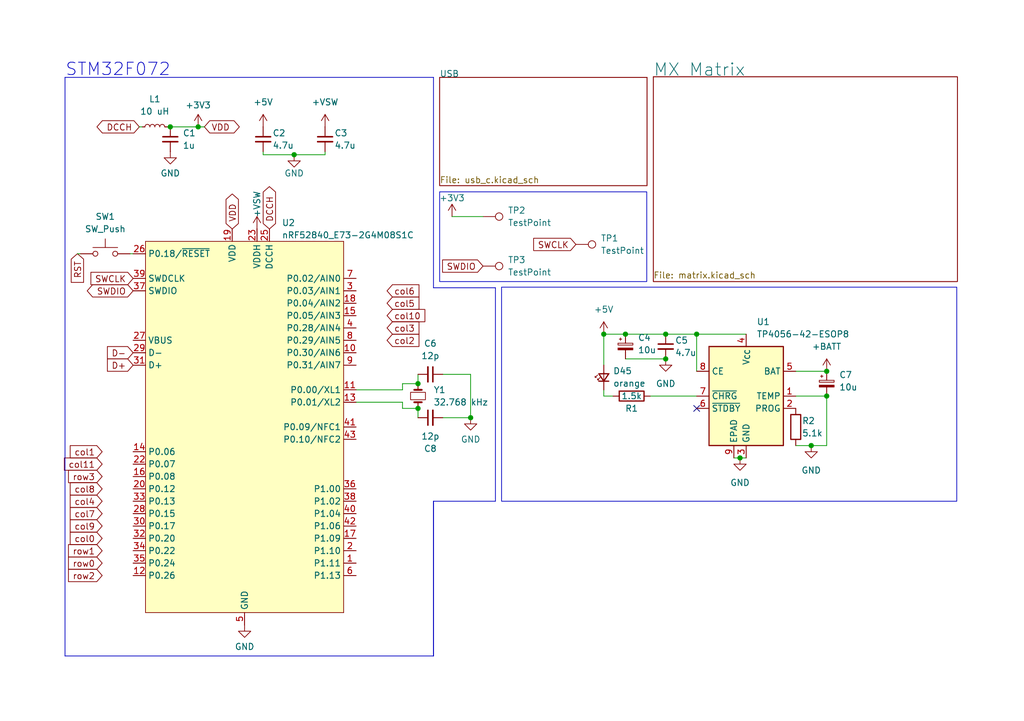
<source format=kicad_sch>
(kicad_sch (version 20250114) (generator "eeschema") (generator_version "9.0")
  (paper "A5")
  (lib_symbols
    (symbol "+3V3_1" (power) (pin_numbers (hide yes)) (pin_names (offset 0) (hide yes))
      (property "Value" "+3V3" (at 0 3.556 0))
      (symbol "+3V3_1_0_1"
        (polyline (pts (xy -0.762 1.27) (xy 0 2.54)))
        (polyline (pts (xy 0 2.54) (xy 0.762 1.27)))
        (polyline (pts (xy 0 0) (xy 0 2.54)))
      )
      (symbol "+3V3_1_1_1"
        (pin power_in line (at 0 0 90) (length 0) (name "~") (number "1"))
      )
    )
    (symbol "+5V_1" (power) (pin_numbers (hide yes)) (pin_names (offset 0) (hide yes))
      (property "Value" "+5V" (at 0 3.556 0))
      (symbol "+5V_1_0_1"
        (polyline (pts (xy -0.762 1.27) (xy 0 2.54)))
        (polyline (pts (xy 0 2.54) (xy 0.762 1.27)))
        (polyline (pts (xy 0 0) (xy 0 2.54)))
      )
      (symbol "+5V_1_1_1"
        (pin power_in line (at 0 0 90) (length 0) (name "~") (number "1"))
      )
    )
    (symbol "Battery_Management:TP4056-42-ESOP8"
      (property "Reference" "U" (at -6.604 11.684 0))
      (property "Value" "TP4056-42-ESOP8" (at 10.16 11.684 0))
      (symbol "TP4056-42-ESOP8_1_0"
        (pin input line (at -10.16 5.08 0) (length 2.54) (name "CE") (number "8"))
        (pin open_collector line (at -10.16 0 0) (length 2.54) (name "~{CHRG}") (number "7"))
        (pin open_collector line (at -10.16 -2.54 0) (length 2.54) (name "~{STDBY}") (number "6"))
        (pin passive line (at -2.54 -12.7 90) (length 2.54) (name "EPAD") (number "9"))
        (pin power_in line (at 0 12.7 270) (length 2.54) (name "V_{CC}") (number "4"))
        (pin power_in line (at 0 -12.7 90) (length 2.54) (name "GND") (number "3"))
        (pin power_out line (at 10.16 5.08 180) (length 2.54) (name "BAT") (number "5"))
        (pin input line (at 10.16 0 180) (length 2.54) (name "TEMP") (number "1"))
        (pin passive line (at 10.16 -2.54 180) (length 2.54) (name "PROG") (number "2"))
      )
      (symbol "TP4056-42-ESOP8_1_1"
        (rectangle (start -7.62 10.16) (end 7.62 -10.16) (stroke (width 0.254)) (fill (type background)))
      )
    )
    (symbol "Connector:TestPoint" (pin_numbers (hide yes)) (pin_names (offset 0.762) (hide yes))
      (property "Reference" "TP" (at 0 6.858 0))
      (property "Value" "TestPoint" (at 0 5.08 0))
      (symbol "TestPoint_0_1"
        (circle (center 0 3.302) (radius 0.762))
      )
      (symbol "TestPoint_1_1"
        (pin passive line (at 0 0 90) (length 2.54) (name "1") (number "1"))
      )
    )
    (symbol "Device:C_Polarized_Small" (pin_numbers (hide yes)) (pin_names (offset 0.254) (hide yes))
      (property "Reference" "C" (at 0.254 1.778 0))
      (property "Value" "C_Polarized_Small" (at 0.254 -2.032 0))
      (symbol "C_Polarized_Small_0_1"
        (rectangle (start -1.524 0.6858) (end 1.524 0.3048))
        (rectangle (start -1.524 -0.3048) (end 1.524 -0.6858) (fill (type outline)))
        (polyline (pts (xy -1.27 1.524) (xy -0.762 1.524)))
        (polyline (pts (xy -1.016 1.27) (xy -1.016 1.778)))
      )
      (symbol "C_Polarized_Small_1_1"
        (pin passive line (at 0 2.54 270) (length 1.8542) (name "~") (number "1"))
        (pin passive line (at 0 -2.54 90) (length 1.8542) (name "~") (number "2"))
      )
    )
    (symbol "Device:C_Small" (pin_numbers (hide yes)) (pin_names (offset 0.254) (hide yes))
      (property "Reference" "C" (at 0.254 1.778 0))
      (property "Value" "C_Small" (at 0.254 -2.032 0))
      (symbol "C_Small_0_1"
        (polyline (pts (xy -1.524 0.508) (xy 1.524 0.508)) (stroke (width 0.3048)))
        (polyline (pts (xy -1.524 -0.508) (xy 1.524 -0.508)) (stroke (width 0.3302)))
      )
      (symbol "C_Small_1_1"
        (pin passive line (at 0 2.54 270) (length 2.032) (name "~") (number "1"))
        (pin passive line (at 0 -2.54 90) (length 2.032) (name "~") (number "2"))
      )
    )
    (symbol "Device:Crystal_Small" (pin_numbers (hide yes)) (pin_names (offset 1.016) (hide yes))
      (property "Reference" "Y" (at 0 2.54 0))
      (property "Value" "Crystal_Small" (at 0 -2.54 0))
      (symbol "Crystal_Small_0_1"
        (polyline (pts (xy -1.27 -0.762) (xy -1.27 0.762)) (stroke (width 0.381)))
        (rectangle (start -0.762 -1.524) (end 0.762 1.524))
        (polyline (pts (xy 1.27 -0.762) (xy 1.27 0.762)) (stroke (width 0.381)))
      )
      (symbol "Crystal_Small_1_1"
        (pin passive line (at -2.54 0 0) (length 1.27) (name "1") (number "1"))
        (pin passive line (at 2.54 0 180) (length 1.27) (name "2") (number "2"))
      )
    )
    (symbol "Device:LED_Small" (pin_numbers (hide yes)) (pin_names (offset 0.254) (hide yes))
      (property "Reference" "D" (at -1.27 3.175 0))
      (property "Value" "LED_Small" (at -4.445 -2.54 0))
      (symbol "LED_Small_0_1"
        (polyline (pts (xy -0.762 -1.016) (xy -0.762 1.016)) (stroke (width 0.254)))
        (polyline (pts (xy 0 0.762) (xy -0.508 1.27) (xy -0.254 1.27) (xy -0.508 1.27) (xy -0.508 1.016)))
        (polyline (pts (xy 0.508 1.27) (xy 0 1.778) (xy 0.254 1.778) (xy 0 1.778) (xy 0 1.524)))
        (polyline (pts (xy 0.762 -1.016) (xy -0.762 0) (xy 0.762 1.016) (xy 0.762 -1.016)) (stroke (width 0.254)))
        (polyline (pts (xy 1.016 0) (xy -0.762 0)))
      )
      (symbol "LED_Small_1_1"
        (pin passive line (at -2.54 0 0) (length 1.778) (name "K") (number "1"))
        (pin passive line (at 2.54 0 180) (length 1.778) (name "A") (number "2"))
      )
    )
    (symbol "Device:L_Small" (pin_numbers (hide yes)) (pin_names (offset 0.254) (hide yes))
      (property "Reference" "L" (at 0.762 1.016 0))
      (property "Value" "L_Small" (at 0.762 -1.016 0))
      (symbol "L_Small_0_1"
        (arc (start 0 2.032) (mid 0.5058 1.524) (end 0 1.016))
        (arc (start 0 1.016) (mid 0.5058 0.508) (end 0 0))
        (arc (start 0 0) (mid 0.5058 -0.508) (end 0 -1.016))
        (arc (start 0 -1.016) (mid 0.5058 -1.524) (end 0 -2.032))
      )
      (symbol "L_Small_1_1"
        (pin passive line (at 0 2.54 270) (length 0.508) (name "~") (number "1"))
        (pin passive line (at 0 -2.54 90) (length 0.508) (name "~") (number "2"))
      )
    )
    (symbol "Device:R" (pin_numbers (hide yes)) (pin_names (offset 0))
      (property "Reference" "R" (at 2.032 0 90))
      (property "Value" "R" (at 0 0 90))
      (symbol "R_0_1"
        (rectangle (start -1.016 -2.54) (end 1.016 2.54) (stroke (width 0.254)))
      )
      (symbol "R_1_1"
        (pin passive line (at 0 3.81 270) (length 1.27) (name "~") (number "1"))
        (pin passive line (at 0 -3.81 90) (length 1.27) (name "~") (number "2"))
      )
    )
    (symbol "GND_2" (power) (pin_numbers (hide yes)) (pin_names (offset 0) (hide yes))
      (property "Value" "GND" (at 0 -3.81 0))
      (symbol "GND_2_0_1"
        (polyline (pts (xy 0 0) (xy 0 -1.27) (xy 1.27 -1.27) (xy 0 -2.54) (xy -1.27 -1.27) (xy 0 -1.27)))
      )
      (symbol "GND_2_1_1"
        (pin power_in line (at 0 0 270) (length 0) (name "~") (number "1"))
      )
    )
    (symbol "GND_3" (power) (pin_numbers (hide yes)) (pin_names (offset 0) (hide yes))
      (property "Value" "GND" (at 0 -3.81 0))
      (symbol "GND_3_0_1"
        (polyline (pts (xy 0 0) (xy 0 -1.27) (xy 1.27 -1.27) (xy 0 -2.54) (xy -1.27 -1.27) (xy 0 -1.27)))
      )
      (symbol "GND_3_1_1"
        (pin power_in line (at 0 0 270) (length 0) (name "~") (number "1"))
      )
    )
    (symbol "GND_4" (power) (pin_numbers (hide yes)) (pin_names (offset 0) (hide yes))
      (property "Value" "GND" (at 0 -3.81 0))
      (symbol "GND_4_0_1"
        (polyline (pts (xy 0 0) (xy 0 -1.27) (xy 1.27 -1.27) (xy 0 -2.54) (xy -1.27 -1.27) (xy 0 -1.27)))
      )
      (symbol "GND_4_1_1"
        (pin power_in line (at 0 0 270) (length 0) (name "~") (number "1"))
      )
    )
    (symbol "GND_5" (power) (pin_numbers (hide yes)) (pin_names (offset 0) (hide yes))
      (property "Value" "GND" (at 0 -3.81 0))
      (symbol "GND_5_0_1"
        (polyline (pts (xy 0 0) (xy 0 -1.27) (xy 1.27 -1.27) (xy 0 -2.54) (xy -1.27 -1.27) (xy 0 -1.27)))
      )
      (symbol "GND_5_1_1"
        (pin power_in line (at 0 0 270) (length 0) (name "~") (number "1"))
      )
    )
    (symbol "GND_6" (power) (pin_numbers (hide yes)) (pin_names (offset 0) (hide yes))
      (property "Value" "GND" (at 0 -3.81 0))
      (symbol "GND_6_0_1"
        (polyline (pts (xy 0 0) (xy 0 -1.27) (xy 1.27 -1.27) (xy 0 -2.54) (xy -1.27 -1.27) (xy 0 -1.27)))
      )
      (symbol "GND_6_1_1"
        (pin power_in line (at 0 0 270) (length 0) (name "~") (number "1"))
      )
    )
    (symbol "PCM_marbastlib-various:nRF52840_E73-2G4M08S1C"
      (property "Reference" "U" (at 13.97 41.91 0))
      (property "Value" "nRF52840_E73-2G4M08S1C" (at 26.67 39.37 0))
      (symbol "nRF52840_E73-2G4M08S1C_0_0"
        (pin input line (at -22.86 30.48 0) (length 2.54) (name "SWDCLK") (number "39"))
        (pin bidirectional line (at -22.86 27.94 0) (length 2.54) (name "SWDIO") (number "37"))
        (pin power_in line (at -22.86 17.78 0) (length 2.54) (name "VBUS") (number "27"))
        (pin bidirectional line (at -22.86 15.24 0) (length 2.54) (name "D-") (number "29"))
        (pin bidirectional line (at -22.86 12.7 0) (length 2.54) (name "D+") (number "31"))
        (pin bidirectional line (at -22.86 -5.08 0) (length 2.54) (name "P0.06") (number "14"))
        (pin bidirectional line (at -22.86 -7.62 0) (length 2.54) (name "P0.07") (number "22"))
        (pin bidirectional line (at -22.86 -10.16 0) (length 2.54) (name "P0.08") (number "16"))
        (pin bidirectional line (at -22.86 -12.7 0) (length 2.54) (name "P0.12") (number "20"))
        (pin bidirectional line (at -22.86 -15.24 0) (length 2.54) (name "P0.13") (number "33"))
        (pin bidirectional line (at -22.86 -17.78 0) (length 2.54) (name "P0.15") (number "28"))
        (pin bidirectional line (at -22.86 -20.32 0) (length 2.54) (name "P0.17") (number "30"))
        (pin bidirectional line (at -22.86 -22.86 0) (length 2.54) (name "P0.20") (number "32"))
        (pin bidirectional line (at -22.86 -25.4 0) (length 2.54) (name "P0.22") (number "34"))
        (pin bidirectional line (at -22.86 -27.94 0) (length 2.54) (name "P0.24") (number "35"))
        (pin bidirectional line (at -22.86 -30.48 0) (length 2.54) (name "P0.26") (number "12"))
        (pin power_in line (at -2.54 40.64 270) (length 2.54) (name "VDD") (number "19"))
        (pin power_in line (at 2.54 40.64 270) (length 2.54) (name "VDDH") (number "23"))
        (pin power_out line (at 5.08 40.64 270) (length 2.54) (name "DCCH") (number "25"))
        (pin bidirectional line (at 22.86 30.48 180) (length 2.54) (name "P0.02/AIN0") (number "7"))
        (pin bidirectional line (at 22.86 27.94 180) (length 2.54) (name "P0.03/AIN1") (number "3"))
        (pin bidirectional line (at 22.86 25.4 180) (length 2.54) (name "P0.04/AIN2") (number "18"))
        (pin bidirectional line (at 22.86 22.86 180) (length 2.54) (name "P0.05/AIN3") (number "15"))
        (pin bidirectional line (at 22.86 20.32 180) (length 2.54) (name "P0.28/AIN4") (number "4"))
        (pin bidirectional line (at 22.86 17.78 180) (length 2.54) (name "P0.29/AIN5") (number "8"))
        (pin bidirectional line (at 22.86 15.24 180) (length 2.54) (name "P0.30/AIN6") (number "10"))
        (pin bidirectional line (at 22.86 12.7 180) (length 2.54) (name "P0.31/AIN7") (number "9"))
        (pin bidirectional line (at 22.86 7.62 180) (length 2.54) (name "P0.00/XL1") (number "11"))
        (pin bidirectional line (at 22.86 5.08 180) (length 2.54) (name "P0.01/XL2") (number "13"))
        (pin bidirectional line (at 22.86 0 180) (length 2.54) (name "P0.09/NFC1") (number "41"))
        (pin bidirectional line (at 22.86 -2.54 180) (length 2.54) (name "P0.10/NFC2") (number "43"))
        (pin bidirectional line (at 22.86 -12.7 180) (length 2.54) (name "P1.00") (number "36"))
        (pin bidirectional line (at 22.86 -15.24 180) (length 2.54) (name "P1.02") (number "38"))
        (pin bidirectional line (at 22.86 -17.78 180) (length 2.54) (name "P1.04") (number "40"))
        (pin power_in line (at 22.86 -20.32 180) (length 2.54) (name "P1.06") (number "42"))
        (pin bidirectional line (at 22.86 -22.86 180) (length 2.54) (name "P1.09") (number "17"))
        (pin bidirectional line (at 22.86 -25.4 180) (length 2.54) (name "P1.10") (number "2"))
        (pin bidirectional line (at 22.86 -27.94 180) (length 2.54) (name "P1.11") (number "1"))
        (pin bidirectional line (at 22.86 -30.48 180) (length 2.54) (name "P1.13") (number "6"))
      )
      (symbol "nRF52840_E73-2G4M08S1C_0_1"
        (rectangle (start -20.32 38.1) (end 20.32 -38.1) (stroke (width 0.1524)) (fill (type background)))
      )
      (symbol "nRF52840_E73-2G4M08S1C_1_0"
        (pin input line (at -22.86 35.56 0) (length 2.54) (name "P0.18/~{RESET}") (number "26"))
        (pin passive line (at 0 -40.64 90) (length 2.54) (hide yes) (name "GND") (number "21"))
        (pin passive line (at 0 -40.64 90) (length 2.54) (hide yes) (name "GND") (number "24"))
        (pin power_in line (at 0 -40.64 90) (length 2.54) (name "GND") (number "5"))
      )
    )
    (symbol "Switch:SW_Push" (pin_numbers (hide yes)) (pin_names (offset 1.016) (hide yes))
      (property "Reference" "SW" (at 1.27 2.54 0))
      (property "Value" "SW_Push" (at 0 -1.524 0))
      (symbol "SW_Push_0_1"
        (circle (center -2.032 0) (radius 0.508))
        (polyline (pts (xy 0 1.27) (xy 0 3.048)))
        (circle (center 2.032 0) (radius 0.508))
        (polyline (pts (xy 2.54 1.27) (xy -2.54 1.27)))
        (pin passive line (at -5.08 0 0) (length 2.54) (name "1") (number "1"))
        (pin passive line (at 5.08 0 180) (length 2.54) (name "2") (number "2"))
      )
    )
    (symbol "power:+3V3" (power) (pin_numbers (hide yes)) (pin_names (offset 0) (hide yes))
      (property "Value" "+3V3" (at 0 3.556 0))
      (symbol "+3V3_0_1"
        (polyline (pts (xy -0.762 1.27) (xy 0 2.54)))
        (polyline (pts (xy 0 2.54) (xy 0.762 1.27)))
        (polyline (pts (xy 0 0) (xy 0 2.54)))
      )
      (symbol "+3V3_1_1"
        (pin power_in line (at 0 0 90) (length 0) (name "~") (number "1"))
      )
    )
    (symbol "power:+5V" (power) (pin_numbers (hide yes)) (pin_names (offset 0) (hide yes))
      (property "Value" "+5V" (at 0 3.556 0))
      (symbol "+5V_0_1"
        (polyline (pts (xy -0.762 1.27) (xy 0 2.54)))
        (polyline (pts (xy 0 2.54) (xy 0.762 1.27)))
        (polyline (pts (xy 0 0) (xy 0 2.54)))
      )
      (symbol "+5V_1_1"
        (pin power_in line (at 0 0 90) (length 0) (name "~") (number "1"))
      )
    )
    (symbol "power:+BATT" (power) (pin_numbers (hide yes)) (pin_names (offset 0) (hide yes))
      (property "Value" "+BATT" (at 0 3.556 0))
      (symbol "+BATT_0_1"
        (polyline (pts (xy -0.762 1.27) (xy 0 2.54)))
        (polyline (pts (xy 0 2.54) (xy 0.762 1.27)))
        (polyline (pts (xy 0 0) (xy 0 2.54)))
      )
      (symbol "+BATT_1_1"
        (pin power_in line (at 0 0 90) (length 0) (name "~") (number "1"))
      )
    )
    (symbol "power:+VSW" (power) (pin_numbers (hide yes)) (pin_names (offset 0) (hide yes))
      (property "Value" "+VSW" (at 0 3.556 0))
      (symbol "+VSW_0_1"
        (polyline (pts (xy -0.762 1.27) (xy 0 2.54)))
        (polyline (pts (xy 0 2.54) (xy 0.762 1.27)))
        (polyline (pts (xy 0 0) (xy 0 2.54)))
      )
      (symbol "+VSW_1_1"
        (pin power_in line (at 0 0 90) (length 0) (name "~") (number "1"))
      )
    )
    (symbol "power:GND" (power) (pin_names (offset 0))
      (property "Value" "GND" (at 0 -3.81 0))
      (symbol "GND_0_1"
        (polyline (pts (xy 0 0) (xy 0 -1.27) (xy 1.27 -1.27) (xy 0 -2.54) (xy -1.27 -1.27) (xy 0 -1.27)))
      )
      (symbol "GND_1_1"
        (pin power_in line (at 0 0 270) (length 0) (hide yes) (name "GND") (number "1"))
      )
    )
  )
  (rectangle (start 90.17 39.37) (end 132.6388 57.785))
  (rectangle (start 102.87 58.928) (end 196.215 102.87))
  (text "STM32F072" (at 13.335 15.875 0) (effects (font (size 2.54 2.54)) (justify left bottom)))
  (junction (at 85.725 78.74))
  (junction (at 151.765 93.98))
  (junction (at 34.925 26.035))
  (junction (at 169.545 76.2))
  (junction (at 96.52 85.725))
  (junction (at 169.545 81.28))
  (junction (at 128.27 68.58))
  (junction (at 85.725 83.82))
  (junction (at 60.325 31.75))
  (junction (at 142.875 68.58))
  (junction (at 123.825 68.58))
  (junction (at 166.37 91.44))
  (junction (at 40.64 26.035))
  (junction (at 136.525 73.66))
  (junction (at 136.525 68.58))
  (no_connect (at 142.875 83.82))
  (wire (pts (xy 66.675 31.75) (xy 60.325 31.75)))
  (wire (pts (xy 163.195 81.28) (xy 169.545 81.28)))
  (wire (pts (xy 53.975 31.75) (xy 60.325 31.75)))
  (wire (pts (xy 85.725 83.82) (xy 82.55 83.82)))
  (wire (pts (xy 92.71 44.45) (xy 99.06 44.45)))
  (wire (pts (xy 166.37 91.44) (xy 169.545 91.44)))
  (wire (pts (xy 128.27 73.66) (xy 136.525 73.66)))
  (polyline (pts (xy 101.6 59.055) (xy 101.6 102.87)))
  (polyline (pts (xy 101.6 102.87) (xy 88.9 102.87)))
  (wire (pts (xy 169.545 91.44) (xy 169.545 81.28)))
  (wire (pts (xy 34.29 26.035) (xy 34.925 26.035)))
  (polyline (pts (xy 88.9 102.87) (xy 88.9 134.62)))
  (wire (pts (xy 82.55 80.01) (xy 73.025 80.01)))
  (polyline (pts (xy 13.335 134.62) (xy 88.9 134.62)))
  (wire (pts (xy 136.525 68.58) (xy 142.875 68.58)))
  (wire (pts (xy 82.55 78.74) (xy 82.55 80.01)))
  (wire (pts (xy 85.725 83.82) (xy 85.725 85.725)))
  (wire (pts (xy 28.575 26.035) (xy 29.21 26.035)))
  (wire (pts (xy 96.52 76.835) (xy 96.52 85.725)))
  (wire (pts (xy 41.91 26.035) (xy 40.64 26.035)))
  (wire (pts (xy 90.805 76.835) (xy 96.52 76.835)))
  (wire (pts (xy 66.675 31.115) (xy 66.675 31.75)))
  (wire (pts (xy 123.825 81.28) (xy 123.825 80.01)))
  (polyline (pts (xy 88.9 15.875) (xy 88.9 59.055)))
  (wire (pts (xy 153.035 68.58) (xy 142.875 68.58)))
  (wire (pts (xy 133.35 81.28) (xy 142.875 81.28)))
  (wire (pts (xy 26.67 52.07) (xy 27.305 52.07)))
  (wire (pts (xy 128.27 68.58) (xy 136.525 68.58)))
  (wire (pts (xy 85.725 76.835) (xy 85.725 78.74)))
  (wire (pts (xy 15.875 52.07) (xy 16.51 52.07)))
  (polyline (pts (xy 13.335 15.875) (xy 13.335 134.62)))
  (wire (pts (xy 163.195 76.2) (xy 169.545 76.2)))
  (wire (pts (xy 82.55 82.55) (xy 73.025 82.55)))
  (wire (pts (xy 85.725 78.74) (xy 82.55 78.74)))
  (wire (pts (xy 163.195 91.44) (xy 166.37 91.44)))
  (wire (pts (xy 123.825 68.58) (xy 123.825 74.93)))
  (wire (pts (xy 151.765 93.98) (xy 153.035 93.98)))
  (wire (pts (xy 123.825 81.28) (xy 125.73 81.28)))
  (wire (pts (xy 150.495 93.98) (xy 151.765 93.98)))
  (polyline (pts (xy 88.9 102.87) (xy 88.9 134.62)))
  (wire (pts (xy 34.925 26.035) (xy 40.64 26.035)))
  (polyline (pts (xy 88.9 15.875) (xy 13.335 15.875)))
  (wire (pts (xy 53.975 31.75) (xy 53.975 31.115)))
  (wire (pts (xy 96.52 85.725) (xy 90.805 85.725)))
  (polyline (pts (xy 88.9 59.055) (xy 101.6 59.055)))
  (wire (pts (xy 82.55 83.82) (xy 82.55 82.55)))
  (wire (pts (xy 123.825 68.58) (xy 128.27 68.58)))
  (wire (pts (xy 142.875 68.58) (xy 142.875 76.2)))
  (global_label "row2" (shape input) (at 20.955 118.11 180) (property "Intersheetrefs" "${INTERSHEET_REFS}" (effects (hide yes))))
  (global_label "RST" (shape input) (at 15.875 52.07 270) (property "Intersheetrefs" "${INTERSHEET_REFS}" (effects (hide yes))))
  (global_label "col0" (shape input) (at 20.955 110.49 180) (property "Intersheetrefs" "${INTERSHEET_REFS}" (effects (hide yes))))
  (global_label "row1" (shape input) (at 20.955 113.03 180) (property "Intersheetrefs" "${INTERSHEET_REFS}" (effects (hide yes))))
  (global_label "col5" (shape input) (at 79.375 62.23 0) (property "Intersheetrefs" "${INTERSHEET_REFS}" (effects (hide yes))))
  (global_label "col7" (shape input) (at 20.955 105.41 180) (property "Intersheetrefs" "${INTERSHEET_REFS}" (effects (hide yes))))
  (global_label "col6" (shape input) (at 79.375 59.69 0) (property "Intersheetrefs" "${INTERSHEET_REFS}" (effects (hide yes))))
  (global_label "VDD" (shape bidirectional) (at 47.625 46.99 90) (property "Intersheetrefs" "${INTERSHEET_REFS}" (effects (hide yes))))
  (global_label "D+" (shape input) (at 27.305 74.93 180) (property "Intersheetrefs" "${INTERSHEET_REFS}" (effects (hide yes))))
  (global_label "col4" (shape input) (at 20.955 102.87 180) (property "Intersheetrefs" "${INTERSHEET_REFS}" (effects (hide yes))))
  (global_label "row0" (shape input) (at 20.955 115.57 180) (property "Intersheetrefs" "${INTERSHEET_REFS}" (effects (hide yes))))
  (global_label "DCCH" (shape bidirectional) (at 28.575 26.035 180) (property "Intersheetrefs" "${INTERSHEET_REFS}" (effects (hide yes))))
  (global_label "col10" (shape input) (at 79.375 64.77 0) (property "Intersheetrefs" "${INTERSHEET_REFS}" (effects (hide yes))))
  (global_label "SWCLK" (shape input) (at 27.305 57.15 180) (property "Intersheetrefs" "${INTERSHEET_REFS}" (effects (hide yes))))
  (global_label "SWCLK" (shape input) (at 118.11 50.165 180) (property "Intersheetrefs" "${INTERSHEET_REFS}" (effects (hide yes))))
  (global_label "D-" (shape input) (at 27.305 72.39 180) (property "Intersheetrefs" "${INTERSHEET_REFS}" (effects (hide yes))))
  (global_label "VDD" (shape bidirectional) (at 41.91 26.035 0) (property "Intersheetrefs" "${INTERSHEET_REFS}" (effects (hide yes))))
  (global_label "col9" (shape input) (at 20.955 107.95 180) (property "Intersheetrefs" "${INTERSHEET_REFS}" (effects (hide yes))))
  (global_label "DCCH" (shape bidirectional) (at 55.245 46.99 90) (property "Intersheetrefs" "${INTERSHEET_REFS}" (effects (hide yes))))
  (global_label "col1" (shape input) (at 20.955 92.71 180) (property "Intersheetrefs" "${INTERSHEET_REFS}" (effects (hide yes))))
  (global_label "SWDIO" (shape bidirectional) (at 27.305 59.69 180) (property "Intersheetrefs" "${INTERSHEET_REFS}" (effects (hide yes))))
  (global_label "row3" (shape input) (at 20.955 97.79 180) (property "Intersheetrefs" "${INTERSHEET_REFS}" (effects (hide yes))))
  (global_label "col3" (shape input) (at 79.375 67.31 0) (property "Intersheetrefs" "${INTERSHEET_REFS}" (effects (hide yes))))
  (global_label "col2" (shape input) (at 79.375 69.85 0) (property "Intersheetrefs" "${INTERSHEET_REFS}" (effects (hide yes))))
  (global_label "col8" (shape input) (at 20.955 100.33 180) (property "Intersheetrefs" "${INTERSHEET_REFS}" (effects (hide yes))))
  (global_label "SWDIO" (shape input) (at 99.06 54.61 180) (property "Intersheetrefs" "${INTERSHEET_REFS}" (effects (hide yes))))
  (global_label "col11" (shape input) (at 20.955 95.25 180) (property "Intersheetrefs" "${INTERSHEET_REFS}" (effects (hide yes))))
  (symbol (lib_id "power:GND") (at 60.325 31.75 0) (unit 1)
    (property "Reference" "#PWR05" (effects (hide yes)))
    (property "Value" "GND" (at 60.325 35.56 0))
  )
  (symbol (lib_name "+5V_1") (lib_id "power:+5V") (at 123.825 68.58 0) (unit 1)
    (property "Reference" "#PWR09" (effects (hide yes)))
    (property "Value" "+5V" (at 123.825 63.5 0))
    (property "Description" "Power symbol creates a global label with name \"+5V\"" (effects (hide yes)))
  )
  (symbol (lib_id "Device:L_Small") (at 31.75 26.035 90) (unit 1)
    (property "Reference" "L1" (at 31.75 20.32 90))
    (property "Value" "10 uH" (at 31.75 22.86 90))
    (property "Footprint" "Inductor_SMD:L_0603_1608Metric" (effects (hide yes)))
    (property "Description" "Inductor, small symbol" (effects (hide yes)))
  )
  (symbol (lib_id "Switch:SW_Push") (at 21.59 52.07 0) (unit 1)
    (property "Reference" "SW1" (at 21.59 44.45 0))
    (property "Value" "SW_Push" (at 21.59 46.99 0))
    (property "Footprint" "Button_Switch_SMD:SW_Push_1P1T_XKB_TS-1187A" (effects (hide yes)))
  )
  (symbol (lib_id "Device:C_Polarized_Small") (at 169.545 78.74 0) (unit 1)
    (property "Reference" "C7" (at 172.085 76.9238 0) (effects (justify left)))
    (property "Value" "10u" (at 172.085 79.4638 0) (effects (justify left)))
    (property "Footprint" "Capacitor_SMD:C_0603_1608Metric" (effects (hide yes)))
    (property "Description" "Polarized capacitor, small symbol" (effects (hide yes)))
  )
  (symbol (lib_id "Device:C_Small") (at 136.525 71.12 0) (unit 1)
    (property "Reference" "C5" (at 138.43 69.85 0) (effects (justify left)))
    (property "Value" "4.7u" (at 138.43 72.39 0) (effects (justify left)))
    (property "Footprint" "Capacitor_SMD:C_0603_1608Metric" (effects (hide yes)))
  )
  (symbol (lib_id "Connector:TestPoint") (at 118.11 50.165 270) (unit 1)
    (property "Reference" "TP1" (at 123.19 48.8949 90) (effects (justify left)))
    (property "Value" "TestPoint" (at 123.19 51.4349 90) (effects (justify left)))
    (property "Footprint" "TestPoint:TestPoint_Pad_D2.5mm" (effects (hide yes)))
    (property "Description" "test point" (effects (hide yes)))
  )
  (symbol (lib_id "Device:C_Small") (at 66.675 28.575 0) (unit 1)
    (property "Reference" "C3" (at 68.58 27.305 0) (effects (justify left)))
    (property "Value" "4.7u" (at 68.58 29.845 0) (effects (justify left)))
    (property "Footprint" "Capacitor_SMD:C_0603_1608Metric" (effects (hide yes)))
  )
  (symbol (lib_id "power:+VSW") (at 66.675 26.035 0) (unit 1)
    (property "Reference" "#PWR03" (effects (hide yes)))
    (property "Value" "+VSW" (at 66.675 20.955 0))
    (property "Description" "Power symbol creates a global label with name \"+VSW\"" (effects (hide yes)))
  )
  (symbol (lib_id "Connector:TestPoint") (at 99.06 44.45 270) (unit 1)
    (property "Reference" "TP2" (at 104.14 43.1799 90) (effects (justify left)))
    (property "Value" "TestPoint" (at 104.14 45.7199 90) (effects (justify left)))
    (property "Footprint" "TestPoint:TestPoint_Pad_D2.5mm" (effects (hide yes)))
    (property "Description" "test point" (effects (hide yes)))
  )
  (symbol (lib_id "Battery_Management:TP4056-42-ESOP8") (at 153.035 81.28 0) (unit 1)
    (property "Reference" "U1" (at 155.1783 66.04 0) (effects (justify left)))
    (property "Value" "TP4056-42-ESOP8" (at 155.1783 68.58 0) (effects (justify left)))
    (property "Footprint" "Package_SO:SOIC-8-1EP_3.9x4.9mm_P1.27mm_EP2.41x3.3mm_ThermalVias" (effects (hide yes)))
    (property "Datasheet" "https://www.lcsc.com/datasheet/lcsc_datasheet_2410121619_TOPPOWER-Nanjing-Extension-Microelectronics-TP4056-42-ESOP8_C16581.pdf" (effects (hide yes)))
    (property "Description" "1A Standalone Linear Li-ion/LiPo single-cell battery charger, 4.2V ±1% charge voltage, VCC = 4.0..8.0V, SOIC-8 (SOP-8)" (effects (hide yes)))
  )
  (symbol (lib_id "Device:Crystal_Small") (at 85.725 81.28 90) (unit 1)
    (property "Reference" "Y1" (at 88.9 80.0099 90) (effects (justify right)))
    (property "Value" "32.768 kHz" (at 88.9 82.5499 90) (effects (justify right)))
    (property "Footprint" "Crystal:Crystal_SMD_3215-2Pin_3.2x1.5mm" (effects (hide yes)))
    (property "Description" "Two pin crystal, small symbol" (effects (hide yes)))
  )
  (symbol (lib_id "power:GND") (at 50.165 128.27 0) (unit 1)
    (property "Reference" "#PWR015" (effects (hide yes)))
    (property "Value" "GND" (at 50.165 132.715 0))
  )
  (symbol (lib_id "Device:C_Small") (at 88.265 85.725 90) (mirror x) (unit 1)
    (property "Reference" "C8" (at 88.2713 92.075 90))
    (property "Value" "12p" (at 88.2713 89.535 90))
    (property "Footprint" "Capacitor_SMD:C_0402_1005Metric" (effects (hide yes)))
    (property "Description" "Unpolarized capacitor, small symbol" (effects (hide yes)))
  )
  (symbol (lib_name "GND_6") (lib_id "power:GND") (at 34.925 31.115 0) (unit 1)
    (property "Reference" "#PWR04" (effects (hide yes)))
    (property "Value" "GND" (at 34.925 35.56 0))
    (property "Description" "Power symbol creates a global label with name \"GND\" , ground" (effects (hide yes)))
  )
  (symbol (lib_name "GND_4") (lib_id "power:GND") (at 136.525 73.66 0) (unit 1)
    (property "Reference" "#PWR010" (effects (hide yes)))
    (property "Value" "GND" (at 136.525 78.74 0))
    (property "Description" "Power symbol creates a global label with name \"GND\" , ground" (effects (hide yes)))
  )
  (symbol (lib_id "Device:C_Small") (at 53.975 28.575 0) (unit 1)
    (property "Reference" "C2" (at 55.88 27.305 0) (effects (justify left)))
    (property "Value" "4.7u" (at 55.88 29.845 0) (effects (justify left)))
    (property "Footprint" "Capacitor_SMD:C_0603_1608Metric" (effects (hide yes)))
  )
  (symbol (lib_name "+3V3_1") (lib_id "power:+3V3") (at 92.71 44.45 0) (unit 1)
    (property "Reference" "#PWR08" (effects (hide yes)))
    (property "Value" "+3V3" (at 92.71 40.64 0))
    (property "Description" "Power symbol creates a global label with name \"+3V3\"" (effects (hide yes)))
  )
  (symbol (lib_id "Device:R") (at 129.54 81.28 90) (unit 1)
    (property "Reference" "R1" (at 129.54 83.82 90))
    (property "Value" "1.5k" (at 129.54 81.28 90))
    (property "Footprint" "Resistor_SMD:R_0603_1608Metric" (effects (hide yes)))
    (property "Description" "Resistor" (effects (hide yes)))
  )
  (symbol (lib_id "Connector:TestPoint") (at 99.06 54.61 270) (unit 1)
    (property "Reference" "TP3" (at 104.14 53.3399 90) (effects (justify left)))
    (property "Value" "TestPoint" (at 104.14 55.8799 90) (effects (justify left)))
    (property "Footprint" "TestPoint:TestPoint_Pad_D2.5mm" (effects (hide yes)))
    (property "Description" "test point" (effects (hide yes)))
  )
  (symbol (lib_id "Device:C_Small") (at 88.265 76.835 270) (mirror x) (unit 1)
    (property "Reference" "C6" (at 88.2587 70.485 90))
    (property "Value" "12p" (at 88.2587 73.025 90))
    (property "Footprint" "Capacitor_SMD:C_0402_1005Metric" (effects (hide yes)))
    (property "Description" "Unpolarized capacitor, small symbol" (effects (hide yes)))
  )
  (symbol (lib_name "GND_2") (lib_id "power:GND") (at 166.37 91.44 0) (unit 1)
    (property "Reference" "#PWR013" (effects (hide yes)))
    (property "Value" "GND" (at 166.37 96.52 0))
    (property "Description" "Power symbol creates a global label with name \"GND\" , ground" (effects (hide yes)))
  )
  (symbol (lib_id "power:+VSW") (at 52.705 46.99 0) (unit 1)
    (property "Reference" "#PWR07" (effects (hide yes)))
    (property "Value" "+VSW" (at 52.705 41.91 90))
    (property "Description" "Power symbol creates a global label with name \"+VSW\"" (effects (hide yes)))
  )
  (symbol (lib_id "power:+BATT") (at 169.545 76.2 0) (unit 1)
    (property "Reference" "#PWR011" (effects (hide yes)))
    (property "Value" "+BATT" (at 169.545 71.12 0))
    (property "Description" "Power symbol creates a global label with name \"+BATT\"" (effects (hide yes)))
  )
  (symbol (lib_id "Device:C_Small") (at 34.925 28.575 0) (unit 1)
    (property "Reference" "C1" (at 37.465 27.3112 0) (effects (justify left)))
    (property "Value" "1u" (at 37.465 29.8512 0) (effects (justify left)))
    (property "Footprint" "Capacitor_SMD:C_0603_1608Metric" (effects (hide yes)))
    (property "Description" "Unpolarized capacitor, small symbol" (effects (hide yes)))
  )
  (symbol (lib_id "power:+5V") (at 53.975 26.035 0) (unit 1)
    (property "Reference" "#PWR02" (effects (hide yes)))
    (property "Value" "+5V" (at 53.975 20.955 0))
    (property "Description" "Power symbol creates a global label with name \"+5V\"" (effects (hide yes)))
  )
  (symbol (lib_id "Device:LED_Small") (at 123.825 77.47 90) (unit 1)
    (property "Reference" "D45" (at 125.73 76.1364 90) (effects (justify right)))
    (property "Value" "orange" (at 125.73 78.6764 90) (effects (justify right)))
    (property "Footprint" "LED_SMD:LED_0603_1608Metric" (effects (hide yes)))
    (property "Description" "Light emitting diode, small symbol" (effects (hide yes)))
    (property "Sim.Pin" "1=K 2=A" (effects (hide yes)))
  )
  (symbol (lib_id "Device:C_Polarized_Small") (at 128.27 71.12 0) (unit 1)
    (property "Reference" "C4" (at 130.81 69.3038 0) (effects (justify left)))
    (property "Value" "10u" (at 130.81 71.8438 0) (effects (justify left)))
    (property "Footprint" "Capacitor_SMD:C_0603_1608Metric" (effects (hide yes)))
    (property "Description" "Polarized capacitor, small symbol" (effects (hide yes)))
  )
  (symbol (lib_name "GND_5") (lib_id "power:GND") (at 96.52 85.725 0) (unit 1)
    (property "Reference" "#PWR012" (effects (hide yes)))
    (property "Value" "GND" (at 96.52 90.17 0))
    (property "Description" "Power symbol creates a global label with name \"GND\" , ground" (effects (hide yes)))
  )
  (symbol (lib_id "Device:R") (at 163.195 87.63 0) (unit 1)
    (property "Reference" "R2" (at 164.465 86.36 0) (effects (justify left)))
    (property "Value" "5.1k" (at 164.465 88.9 0) (effects (justify left)))
    (property "Footprint" "Resistor_SMD:R_0603_1608Metric" (effects (hide yes)))
    (property "Description" "Resistor" (effects (hide yes)))
  )
  (symbol (lib_id "PCM_marbastlib-various:nRF52840_E73-2G4M08S1C") (at 50.165 87.63 0) (unit 1)
    (property "Reference" "U2" (at 57.785 45.72 0) (effects (justify left)))
    (property "Value" "nRF52840_E73-2G4M08S1C" (at 57.785 48.26 0) (effects (justify left)))
    (property "Footprint" "PCM_marbastlib-various:nRF52840_E73-2G4M08S1C" (effects (hide yes)))
    (property "Datasheet" "https://www.ebyte.com/en/downpdf.aspx?id=445" (effects (hide yes)))
    (property "Description" "nRF52840 BT LE module" (effects (hide yes)))
    (property "LCSC" "C356849" (effects (hide yes)))
  )
  (symbol (lib_id "power:+3V3") (at 40.64 26.035 0) (unit 1)
    (property "Reference" "#PWR01" (effects (hide yes)))
    (property "Value" "+3V3" (at 40.64 21.59 0))
    (property "Description" "Power symbol creates a global label with name \"+3V3\"" (effects (hide yes)))
  )
  (symbol (lib_name "GND_3") (lib_id "power:GND") (at 151.765 93.98 0) (unit 1)
    (property "Reference" "#PWR014" (effects (hide yes)))
    (property "Value" "GND" (at 151.765 99.06 0))
    (property "Description" "Power symbol creates a global label with name \"GND\" , ground" (effects (hide yes)))
  )
  (sheet (at 133.985 15.748) (size 62.357 42.037) (stroke (width 0.1524))
    (property "Sheetname" "MX Matrix" (at 133.985 15.748 0) (effects (font (size 2.54 2.54)) (justify left bottom)))
    (property "Sheetfile" "matrix.kicad_sch" (at 133.985 55.753 0) (effects (justify left top)))
  )
  (sheet (at 90.17 15.875) (size 42.545 22.225) (stroke (width 0.1524))
    (property "Sheetname" "USB" (at 90.17 15.875 0) (effects (justify left bottom)))
    (property "Sheetfile" "usb_c.kicad_sch" (at 90.17 36.195 0) (effects (justify left top)))
  )
)
</source>
